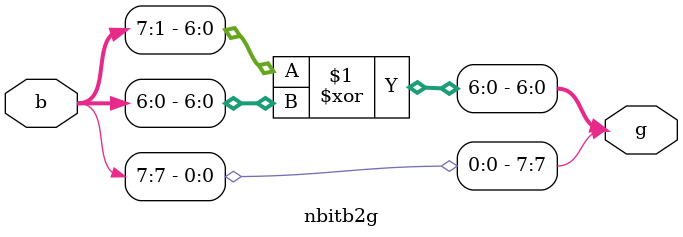
<source format=v>
module nbitb2g(b,g);
	parameter N=8;
	input [N-1:0]b;
	output [N-1:0]g;

	assign g = {b[N-1],b[N-1:1]^b[N-2:0]};
endmodule

</source>
